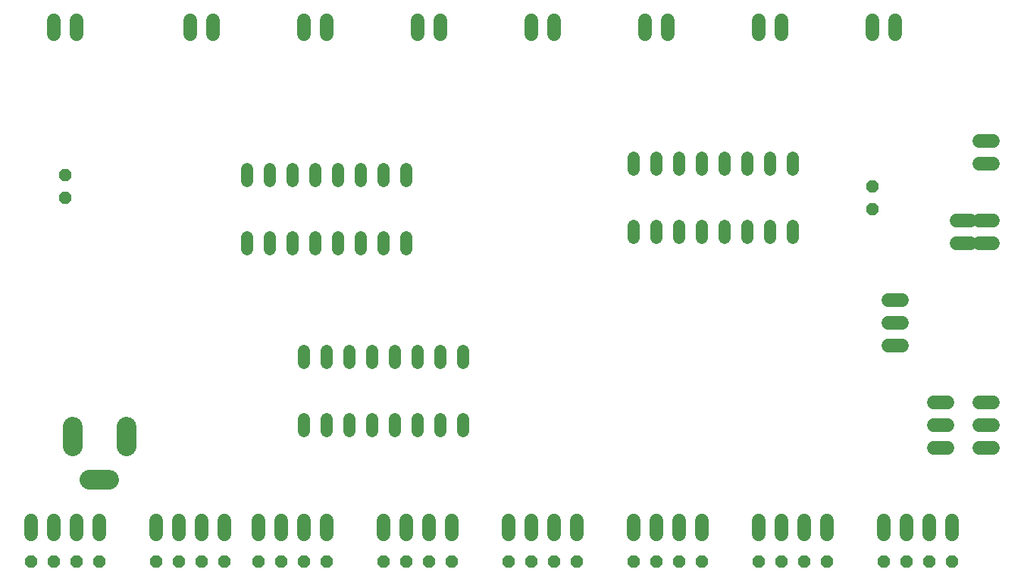
<source format=gbr>
G04 EAGLE Gerber RS-274X export*
G75*
%MOMM*%
%FSLAX34Y34*%
%LPD*%
%INBottom Copper*%
%IPPOS*%
%AMOC8*
5,1,8,0,0,1.08239X$1,22.5*%
G01*
%ADD10C,1.524000*%
%ADD11P,1.429621X8X112.500000*%
%ADD12P,1.429621X8X292.500000*%
%ADD13C,1.320800*%
%ADD14P,1.429621X8X22.500000*%
%ADD15C,2.184400*%


D10*
X1137920Y419100D02*
X1122680Y419100D01*
X1122680Y444500D02*
X1137920Y444500D01*
X1137920Y241300D02*
X1122680Y241300D01*
X1122680Y215900D02*
X1137920Y215900D01*
X1137920Y190500D02*
X1122680Y190500D01*
X1087120Y241300D02*
X1071880Y241300D01*
X1071880Y215900D02*
X1087120Y215900D01*
X1087120Y190500D02*
X1071880Y190500D01*
D11*
X1003300Y457200D03*
X1003300Y482600D03*
D12*
X101600Y495300D03*
X101600Y469900D03*
D10*
X1021080Y355600D02*
X1036320Y355600D01*
X1036320Y330200D02*
X1021080Y330200D01*
X1021080Y304800D02*
X1036320Y304800D01*
X1097280Y419100D02*
X1112520Y419100D01*
X1112520Y444500D02*
X1097280Y444500D01*
D13*
X914400Y501396D02*
X914400Y514604D01*
X889000Y514604D02*
X889000Y501396D01*
X812800Y501396D02*
X812800Y514604D01*
X787400Y514604D02*
X787400Y501396D01*
X863600Y501396D02*
X863600Y514604D01*
X838200Y514604D02*
X838200Y501396D01*
X762000Y501396D02*
X762000Y514604D01*
X736600Y514604D02*
X736600Y501396D01*
X736600Y438404D02*
X736600Y425196D01*
X762000Y425196D02*
X762000Y438404D01*
X787400Y438404D02*
X787400Y425196D01*
X812800Y425196D02*
X812800Y438404D01*
X838200Y438404D02*
X838200Y425196D01*
X863600Y425196D02*
X863600Y438404D01*
X889000Y438404D02*
X889000Y425196D01*
X914400Y425196D02*
X914400Y438404D01*
X304800Y425704D02*
X304800Y412496D01*
X330200Y412496D02*
X330200Y425704D01*
X406400Y425704D02*
X406400Y412496D01*
X431800Y412496D02*
X431800Y425704D01*
X355600Y425704D02*
X355600Y412496D01*
X381000Y412496D02*
X381000Y425704D01*
X457200Y425704D02*
X457200Y412496D01*
X482600Y412496D02*
X482600Y425704D01*
X482600Y488696D02*
X482600Y501904D01*
X457200Y501904D02*
X457200Y488696D01*
X431800Y488696D02*
X431800Y501904D01*
X406400Y501904D02*
X406400Y488696D01*
X381000Y488696D02*
X381000Y501904D01*
X355600Y501904D02*
X355600Y488696D01*
X330200Y488696D02*
X330200Y501904D01*
X304800Y501904D02*
X304800Y488696D01*
D10*
X520700Y652780D02*
X520700Y668020D01*
X495300Y668020D02*
X495300Y652780D01*
X393700Y652780D02*
X393700Y668020D01*
X368300Y668020D02*
X368300Y652780D01*
X1028700Y652780D02*
X1028700Y668020D01*
X1003300Y668020D02*
X1003300Y652780D01*
X901700Y652780D02*
X901700Y668020D01*
X876300Y668020D02*
X876300Y652780D01*
X266700Y652780D02*
X266700Y668020D01*
X241300Y668020D02*
X241300Y652780D01*
X114300Y652780D02*
X114300Y668020D01*
X88900Y668020D02*
X88900Y652780D01*
X774700Y652780D02*
X774700Y668020D01*
X749300Y668020D02*
X749300Y652780D01*
X647700Y652780D02*
X647700Y668020D01*
X622300Y668020D02*
X622300Y652780D01*
D13*
X368300Y222504D02*
X368300Y209296D01*
X393700Y209296D02*
X393700Y222504D01*
X469900Y222504D02*
X469900Y209296D01*
X495300Y209296D02*
X495300Y222504D01*
X419100Y222504D02*
X419100Y209296D01*
X444500Y209296D02*
X444500Y222504D01*
X520700Y222504D02*
X520700Y209296D01*
X546100Y209296D02*
X546100Y222504D01*
X546100Y285496D02*
X546100Y298704D01*
X520700Y298704D02*
X520700Y285496D01*
X495300Y285496D02*
X495300Y298704D01*
X469900Y298704D02*
X469900Y285496D01*
X444500Y285496D02*
X444500Y298704D01*
X419100Y298704D02*
X419100Y285496D01*
X393700Y285496D02*
X393700Y298704D01*
X368300Y298704D02*
X368300Y285496D01*
D10*
X1016000Y109220D02*
X1016000Y93980D01*
X1041400Y93980D02*
X1041400Y109220D01*
X876300Y109220D02*
X876300Y93980D01*
X901700Y93980D02*
X901700Y109220D01*
X736600Y109220D02*
X736600Y93980D01*
X762000Y93980D02*
X762000Y109220D01*
X596900Y109220D02*
X596900Y93980D01*
X622300Y93980D02*
X622300Y109220D01*
X457200Y109220D02*
X457200Y93980D01*
X482600Y93980D02*
X482600Y109220D01*
X317500Y109220D02*
X317500Y93980D01*
X342900Y93980D02*
X342900Y109220D01*
X203200Y109220D02*
X203200Y93980D01*
X228600Y93980D02*
X228600Y109220D01*
X63500Y109220D02*
X63500Y93980D01*
X88900Y93980D02*
X88900Y109220D01*
X1092200Y109220D02*
X1092200Y93980D01*
X1066800Y93980D02*
X1066800Y109220D01*
X952500Y109220D02*
X952500Y93980D01*
X927100Y93980D02*
X927100Y109220D01*
X812800Y109220D02*
X812800Y93980D01*
X787400Y93980D02*
X787400Y109220D01*
X673100Y109220D02*
X673100Y93980D01*
X647700Y93980D02*
X647700Y109220D01*
X533400Y109220D02*
X533400Y93980D01*
X508000Y93980D02*
X508000Y109220D01*
X393700Y109220D02*
X393700Y93980D01*
X368300Y93980D02*
X368300Y109220D01*
X279400Y109220D02*
X279400Y93980D01*
X254000Y93980D02*
X254000Y109220D01*
X139700Y109220D02*
X139700Y93980D01*
X114300Y93980D02*
X114300Y109220D01*
D14*
X1016000Y63500D03*
X1041400Y63500D03*
X508000Y63500D03*
X533400Y63500D03*
X317500Y63500D03*
X342900Y63500D03*
X368300Y63500D03*
X393700Y63500D03*
X203200Y63500D03*
X228600Y63500D03*
X254000Y63500D03*
X279400Y63500D03*
X63500Y63500D03*
X88900Y63500D03*
X114300Y63500D03*
X139700Y63500D03*
X1066800Y63500D03*
X1092200Y63500D03*
X876300Y63500D03*
X901700Y63500D03*
X927100Y63500D03*
X952500Y63500D03*
X736600Y63500D03*
X762000Y63500D03*
X787400Y63500D03*
X812800Y63500D03*
X596900Y63500D03*
X622300Y63500D03*
X647700Y63500D03*
X673100Y63500D03*
X457200Y63500D03*
X482600Y63500D03*
D10*
X1122680Y508000D02*
X1137920Y508000D01*
X1137920Y533400D02*
X1122680Y533400D01*
D15*
X150622Y155200D02*
X128778Y155200D01*
X109700Y192278D02*
X109700Y214122D01*
X169700Y214122D02*
X169700Y192278D01*
M02*

</source>
